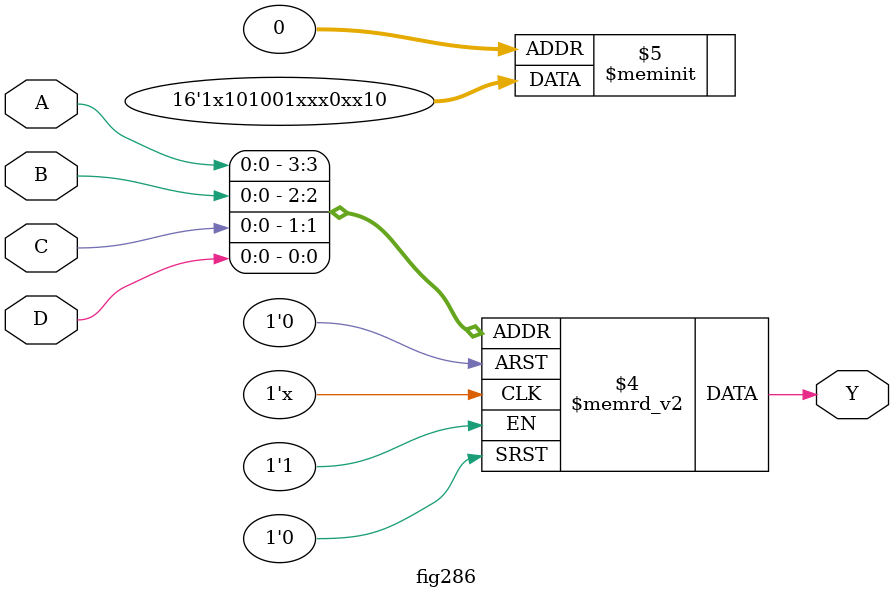
<source format=sv>

module fig286 (
    input  logic A, B, C, D,
    output logic Y
);
    always_comb begin
        unique case ({A,B,C,D})
            4'b0000: Y = 1'b0;
            4'b0001: Y = 1'b1;
            4'b0010: Y = 1'bx;  // don't care in table
            4'b0011: Y = 1'bx;

            4'b0100: Y = 1'b0;
            4'b0101: Y = 1'bx;
            4'b0110: Y = 1'bx;
            4'b0111: Y = 1'bx;

            4'b1000: Y = 1'b1;
            4'b1001: Y = 1'b0;
            4'b1010: Y = 1'b0;
            4'b1011: Y = 1'b1;

            4'b1100: Y = 1'b0;
            4'b1101: Y = 1'b1;
            4'b1110: Y = 1'bx;
            4'b1111: Y = 1'b1;
            default: Y = 1'bx;
        endcase
    end
endmodule

</source>
